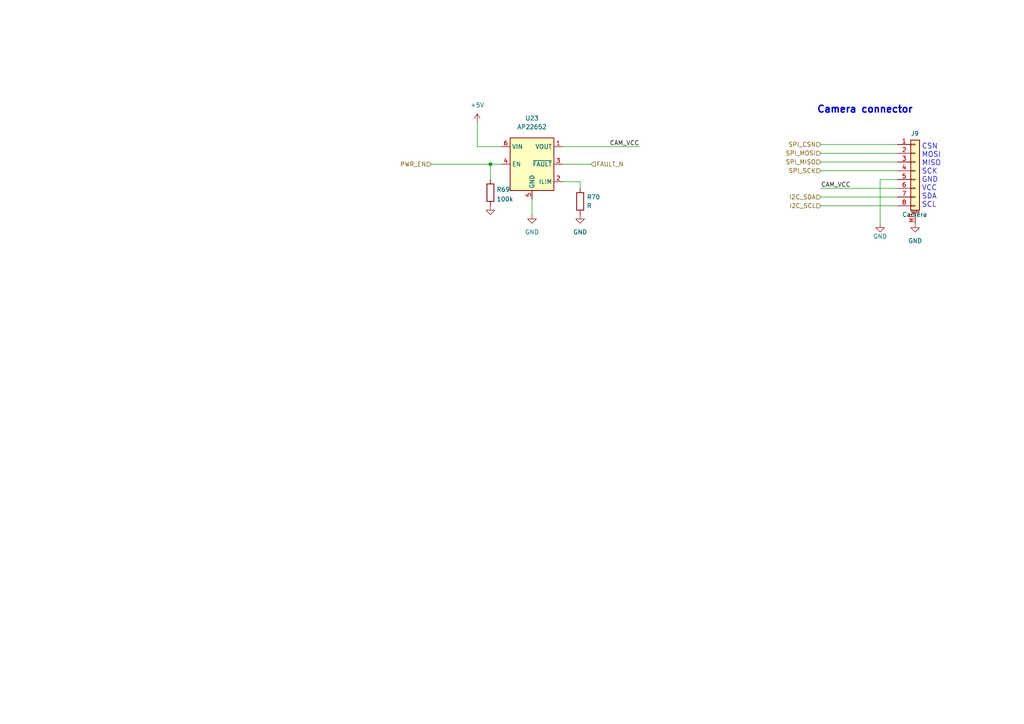
<source format=kicad_sch>
(kicad_sch (version 20211123) (generator eeschema)
  (paper "A4")
  (lib_symbols
    (symbol "Connector_Generic_MountingPin:Conn_01x08_MountingPin" (pin_names (offset 1.016) hide)
      (property "Reference" "J" (at 0 10.16 0))
      (property "Value" "Conn_01x08_MountingPin" (at 1.27 -12.7 0))
      (symbol "Conn_01x08_MountingPin_1_1"
        (rectangle (start -1.27 -10.033) (end 0 -10.287) (stroke (width 0.1524)))
        (rectangle (start -1.27 -7.493) (end 0 -7.747) (stroke (width 0.1524)))
        (rectangle (start -1.27 -4.953) (end 0 -5.207) (stroke (width 0.1524)))
        (rectangle (start -1.27 -2.413) (end 0 -2.667) (stroke (width 0.1524)))
        (rectangle (start -1.27 0.127) (end 0 -0.127) (stroke (width 0.1524)))
        (rectangle (start -1.27 2.667) (end 0 2.413) (stroke (width 0.1524)))
        (rectangle (start -1.27 5.207) (end 0 4.953) (stroke (width 0.1524)))
        (rectangle (start -1.27 7.747) (end 0 7.493) (stroke (width 0.1524)))
        (rectangle (start -1.27 8.89) (end 1.27 -11.43) (stroke (width 0.254)) (fill (type background)))
        (polyline (pts (xy -1.016 -12.192) (xy 1.016 -12.192)) (stroke (width 0.1524)))
        (text "Mounting" (at 0 -11.811 0) (effects (font (size 0.381 0.381))))
        (pin passive line (at -5.08 7.62 0) (length 3.81) (name "Pin_1") (number "1"))
        (pin passive line (at -5.08 5.08 0) (length 3.81) (name "Pin_2") (number "2"))
        (pin passive line (at -5.08 2.54 0) (length 3.81) (name "Pin_3") (number "3"))
        (pin passive line (at -5.08 0 0) (length 3.81) (name "Pin_4") (number "4"))
        (pin passive line (at -5.08 -2.54 0) (length 3.81) (name "Pin_5") (number "5"))
        (pin passive line (at -5.08 -5.08 0) (length 3.81) (name "Pin_6") (number "6"))
        (pin passive line (at -5.08 -7.62 0) (length 3.81) (name "Pin_7") (number "7"))
        (pin passive line (at -5.08 -10.16 0) (length 3.81) (name "Pin_8") (number "8"))
        (pin passive line (at 0 -15.24 90) (length 3.048) (name "MountPin") (number "MP"))
      )
    )
    (symbol "Device:R" (pin_numbers hide) (pin_names (offset 0))
      (property "Reference" "R" (at 2.032 0 90))
      (property "Value" "R" (at 0 0 90))
      (symbol "R_0_1"
        (rectangle (start -1.016 -2.54) (end 1.016 2.54) (stroke (width 0.254)))
      )
      (symbol "R_1_1"
        (pin passive line (at 0 3.81 270) (length 1.27) (name "~") (number "1"))
        (pin passive line (at 0 -3.81 90) (length 1.27) (name "~") (number "2"))
      )
    )
    (symbol "TCY_PowerSwitching:AP22652"
      (property "Reference" "U23" (at 0 10.795 0))
      (property "Value" "AP22652" (at 0 8.255 0))
      (symbol "AP22652_0_1"
        (rectangle (start -6.35 5.08) (end 6.35 -10.16) (stroke (width 0.254)) (fill (type background)))
      )
      (symbol "AP22652_1_1"
        (pin power_out line (at 8.89 2.54 180) (length 2.54) (name "VOUT") (number "1"))
        (pin passive line (at 8.89 -7.62 180) (length 2.54) (name "ILIM") (number "2"))
        (pin output line (at 8.89 -2.54 180) (length 2.54) (name "~{FAULT}") (number "3"))
        (pin input line (at -8.89 -2.54 0) (length 2.54) (name "EN") (number "4"))
        (pin passive line (at 0 -12.7 90) (length 2.54) (name "GND") (number "5"))
        (pin power_in line (at -8.89 2.54 0) (length 2.54) (name "VIN") (number "6"))
      )
    )
    (symbol "power:+5V" (power) (pin_names (offset 0))
      (property "Value" "+5V" (at 0 3.556 0))
      (symbol "+5V_0_1"
        (polyline (pts (xy -0.762 1.27) (xy 0 2.54)))
        (polyline (pts (xy 0 0) (xy 0 2.54)))
        (polyline (pts (xy 0 2.54) (xy 0.762 1.27)))
      )
      (symbol "+5V_1_1"
        (pin power_in line (at 0 0 90) (length 0) hide (name "+5V") (number "1"))
      )
    )
    (symbol "power:GND" (power) (pin_names (offset 0))
      (property "Value" "GND" (at 0 -3.81 0))
      (symbol "GND_0_1"
        (polyline (pts (xy 0 0) (xy 0 -1.27) (xy 1.27 -1.27) (xy 0 -2.54) (xy -1.27 -1.27) (xy 0 -1.27)))
      )
      (symbol "GND_1_1"
        (pin power_in line (at 0 0 270) (length 0) hide (name "GND") (number "1"))
      )
    )
  )
  (junction (at 142.24 47.625))
  (wire (pts (xy 260.35 52.07) (xy 255.27 52.07)))
  (wire (pts (xy 238.125 54.61) (xy 260.35 54.61)))
  (wire (pts (xy 171.45 47.625) (xy 163.195 47.625)))
  (wire (pts (xy 142.24 47.625) (xy 145.415 47.625)))
  (wire (pts (xy 185.42 42.545) (xy 163.195 42.545)))
  (wire (pts (xy 238.125 49.53) (xy 260.35 49.53)))
  (wire (pts (xy 238.125 59.69) (xy 260.35 59.69)))
  (wire (pts (xy 138.43 35.56) (xy 138.43 42.545)))
  (wire (pts (xy 168.275 52.705) (xy 168.275 54.61)))
  (wire (pts (xy 138.43 42.545) (xy 145.415 42.545)))
  (wire (pts (xy 125.095 47.625) (xy 142.24 47.625)))
  (wire (pts (xy 238.125 46.99) (xy 260.35 46.99)))
  (wire (pts (xy 142.24 47.625) (xy 142.24 52.07)))
  (wire (pts (xy 238.125 57.15) (xy 260.35 57.15)))
  (wire (pts (xy 238.125 41.91) (xy 260.35 41.91)))
  (wire (pts (xy 163.195 52.705) (xy 168.275 52.705)))
  (wire (pts (xy 238.125 44.45) (xy 260.35 44.45)))
  (wire (pts (xy 255.27 52.07) (xy 255.27 64.77)))
  (wire (pts (xy 154.305 57.785) (xy 154.305 62.23)))
  (text "CSN\nMOSI\nMISO\nSCK\nGND\nVCC\nSDA\nSCL" (at 267.335 60.325 0) (effects (font (size 1.5 1.5)) (justify left bottom)))
  (text "Camera connector" (at 236.855 33.02 0) (effects (font (size 2 2) (thickness 0.4) bold) (justify left bottom)))
  (label "CAM_VCC" (at 238.125 54.61 0))
  (label "CAM_VCC" (at 185.42 42.545 180))
  (hierarchical_label "FAULT_N" (shape input) (at 171.45 47.625 0))
  (hierarchical_label "SPI_MOSI" (shape input) (at 238.125 44.45 180))
  (hierarchical_label "SPI_SCK" (shape input) (at 238.125 49.53 180))
  (hierarchical_label "SPI_CSN" (shape input) (at 238.125 41.91 180))
  (hierarchical_label "PWR_EN" (shape input) (at 125.095 47.625 180))
  (hierarchical_label "SPI_MISO" (shape input) (at 238.125 46.99 180))
  (hierarchical_label "I2C_SCL" (shape input) (at 238.125 59.69 180))
  (hierarchical_label "I2C_SDA" (shape input) (at 238.125 57.15 180))
  (symbol (lib_id "power:GND") (at 265.43 64.77 0) (unit 1)
    (property "Reference" "#PWR0206" (effects hide))
    (property "Value" "GND" (at 265.43 69.85 0))
  )
  (symbol (lib_id "power:GND") (at 255.27 64.77 0) (unit 1)
    (property "Reference" "#PWR0207" (effects hide))
    (property "Value" "GND" (at 255.27 68.58 0))
  )
  (symbol (lib_id "Device:R") (at 142.24 55.88 0) (unit 1)
    (property "Reference" "R69" (at 144.0181 54.9715 0) (effects (justify left)))
    (property "Value" "100k" (at 144.0181 57.7466 0) (effects (justify left)))
    (property "Footprint" "Resistor_SMD:R_0603_1608Metric" (effects hide))
  )
  (symbol (lib_id "power:+5V") (at 138.43 35.56 0) (unit 1)
    (property "Reference" "#PWR0200" (effects hide))
    (property "Value" "+5V" (at 138.43 30.48 0))
  )
  (symbol (lib_id "power:GND") (at 168.275 62.23 0) (unit 1)
    (property "Reference" "#PWR0164" (effects hide))
    (property "Value" "GND" (at 168.275 67.31 0))
  )
  (symbol (lib_id "TCY_PowerSwitching:AP22652") (at 154.305 45.085 0) (unit 1)
    (property "Reference" "U23" (at 154.305 34.29 0))
    (property "Value" "AP22652" (at 154.305 36.83 0))
    (property "Footprint" "Package_TO_SOT_SMD:SOT-23-6_Handsoldering" (effects hide))
  )
  (symbol (lib_id "power:GND") (at 154.305 62.23 0) (unit 1)
    (property "Reference" "#PWR0208" (effects hide))
    (property "Value" "GND" (at 154.305 67.31 0))
  )
  (symbol (lib_id "Device:R") (at 168.275 58.42 0) (unit 1)
    (property "Reference" "R70" (at 170.18 57.1499 0) (effects (justify left)))
    (property "Value" "R" (at 170.18 59.6899 0) (effects (justify left)))
    (property "Footprint" "Resistor_SMD:R_0603_1608Metric" (effects hide))
  )
  (symbol (lib_id "power:GND") (at 142.24 59.69 0) (unit 1)
    (property "Reference" "#PWR0209" (effects hide))
    (property "Value" "GND" (effects hide))
  )
  (symbol (lib_id "Connector_Generic_MountingPin:Conn_01x08_MountingPin") (at 265.43 49.53 0) (unit 1)
    (property "Reference" "J9" (at 264.16 38.735 0) (effects (justify left)))
    (property "Value" "Camera" (at 261.62 62.23 0) (effects (justify left)))
    (property "Footprint" "TCY_Connector:Amphenol 10114826-10108LF 1x08 Vertical" (effects hide))
  )
)
</source>
